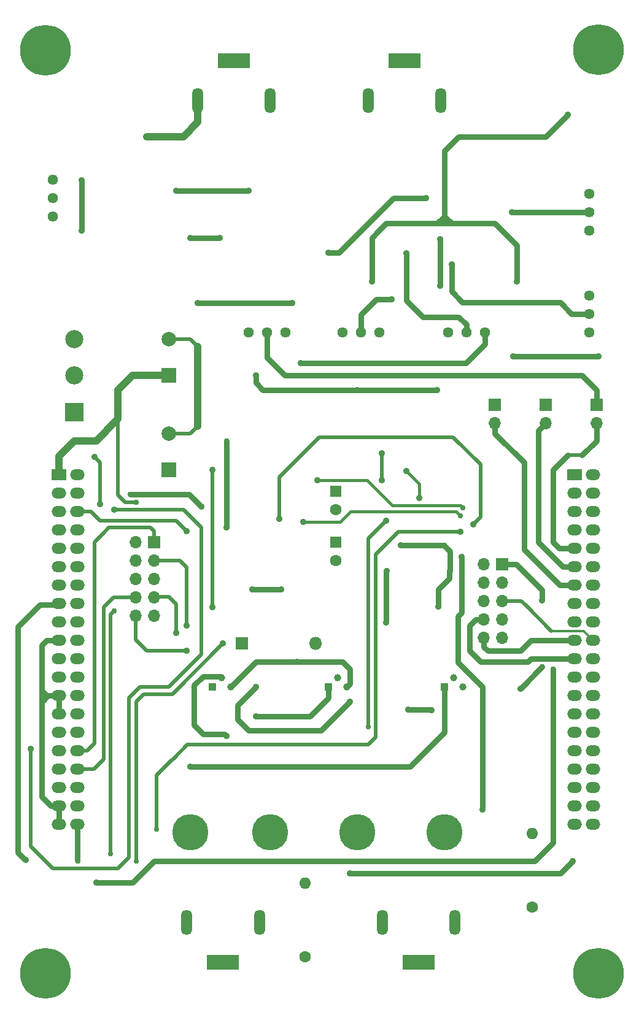
<source format=gbr>
G04 #@! TF.FileFunction,Copper,L2,Bot,Signal*
%FSLAX46Y46*%
G04 Gerber Fmt 4.6, Leading zero omitted, Abs format (unit mm)*
G04 Created by KiCad (PCBNEW 4.0.7-e2-6376~58~ubuntu16.04.1) date Tue Nov 13 23:08:23 2018*
%MOMM*%
%LPD*%
G01*
G04 APERTURE LIST*
%ADD10C,0.100000*%
%ADD11R,2.000000X1.524000*%
%ADD12O,2.000000X1.524000*%
%ADD13C,7.000000*%
%ADD14O,1.500000X3.500000*%
%ADD15R,4.500000X2.000000*%
%ADD16R,2.000000X2.000000*%
%ADD17C,2.000000*%
%ADD18R,1.600000X1.600000*%
%ADD19C,1.600000*%
%ADD20R,1.700000X1.700000*%
%ADD21O,1.700000X1.700000*%
%ADD22C,1.000000*%
%ADD23R,1.000000X1.000000*%
%ADD24C,1.440000*%
%ADD25C,2.500000*%
%ADD26R,2.500000X2.500000*%
%ADD27C,5.000000*%
%ADD28R,1.800000X1.800000*%
%ADD29O,1.800000X1.800000*%
%ADD30O,1.600000X1.600000*%
%ADD31C,0.900000*%
%ADD32C,0.750000*%
%ADD33C,0.750000*%
%ADD34C,0.500000*%
%ADD35C,0.250000*%
%ADD36C,0.300000*%
%ADD37C,1.000000*%
%ADD38C,0.400000*%
G04 APERTURE END LIST*
D10*
D11*
X143001761Y-93671721D03*
D12*
X145541761Y-93671721D03*
X143001761Y-106371721D03*
X145541761Y-96211721D03*
X143001761Y-108911721D03*
X145541761Y-98751721D03*
X143001761Y-111451721D03*
X145541761Y-101291721D03*
X143001761Y-113991721D03*
X145541761Y-103831721D03*
X143001761Y-116531721D03*
X145541761Y-106371721D03*
X143001761Y-119071721D03*
X145541761Y-108911721D03*
X143001761Y-121611721D03*
X145541761Y-111451721D03*
X143001761Y-124151721D03*
X145541761Y-113991721D03*
X143001761Y-126691721D03*
X145541761Y-116531721D03*
X143001761Y-129231721D03*
X145541761Y-119071721D03*
X143001761Y-131771721D03*
X145541761Y-121611721D03*
X145541761Y-124151721D03*
X143001761Y-134311721D03*
X145541761Y-126691721D03*
X145541761Y-131771721D03*
X145541761Y-134311721D03*
X145541761Y-136851721D03*
X145541761Y-139391721D03*
X143001761Y-136851721D03*
X143001761Y-139391721D03*
X143001761Y-96211721D03*
X143001761Y-98751721D03*
X143001761Y-101291721D03*
X143001761Y-103831721D03*
X143001761Y-141931721D03*
X145541761Y-141931721D03*
X145541761Y-129231721D03*
D11*
X71881761Y-93671721D03*
D12*
X74421761Y-93671721D03*
X71881761Y-96211721D03*
X74421761Y-96211721D03*
X71881761Y-98751721D03*
X74421761Y-98751721D03*
X71881761Y-101291721D03*
X74421761Y-101291721D03*
X71881761Y-103831721D03*
X74421761Y-103831721D03*
X71881761Y-106371721D03*
X74421761Y-106371721D03*
X71881761Y-108911721D03*
X74421761Y-108911721D03*
X71881761Y-111451721D03*
X74421761Y-111451721D03*
X71881761Y-113991721D03*
X74421761Y-113991721D03*
X71881761Y-116531721D03*
X74421761Y-116531721D03*
X71881761Y-119071721D03*
X74421761Y-119071721D03*
X71881761Y-121611721D03*
X74421761Y-121611721D03*
X71881761Y-124151721D03*
X74421761Y-124151721D03*
X71881761Y-126691721D03*
X74421761Y-126691721D03*
X71881761Y-129231721D03*
X74421761Y-129231721D03*
X71881761Y-131771721D03*
X74421761Y-131771721D03*
X71881761Y-134311721D03*
X74421761Y-134311721D03*
X71881761Y-136851721D03*
X74421761Y-136851721D03*
X71881761Y-139391721D03*
X74421761Y-139391721D03*
X71881761Y-141931721D03*
X74421761Y-141931721D03*
D13*
X69976761Y-162505721D03*
X146303761Y-162505721D03*
X69976761Y-35124721D03*
X146303761Y-34997721D03*
D14*
X114500000Y-42000000D03*
X124500000Y-42000000D03*
D15*
X119500000Y-36500000D03*
D16*
X87000000Y-93000000D03*
D17*
X87000000Y-88000000D03*
D16*
X87000000Y-80000000D03*
D17*
X87000000Y-75000000D03*
D18*
X110000000Y-103000000D03*
D19*
X110000000Y-105500000D03*
D18*
X110000000Y-96000000D03*
D19*
X110000000Y-98500000D03*
D20*
X132000000Y-84000000D03*
D21*
X132000000Y-86540000D03*
D20*
X139000000Y-84000000D03*
D21*
X139000000Y-86540000D03*
D20*
X85000000Y-103000000D03*
D21*
X82460000Y-103000000D03*
X85000000Y-105540000D03*
X82460000Y-105540000D03*
X85000000Y-108080000D03*
X82460000Y-108080000D03*
X85000000Y-110620000D03*
X82460000Y-110620000D03*
X85000000Y-113160000D03*
X82460000Y-113160000D03*
D20*
X133000000Y-106000000D03*
D21*
X130460000Y-106000000D03*
X133000000Y-108540000D03*
X130460000Y-108540000D03*
X133000000Y-111080000D03*
X130460000Y-111080000D03*
X133000000Y-113620000D03*
X130460000Y-113620000D03*
X133000000Y-116160000D03*
X130460000Y-116160000D03*
D20*
X146000000Y-84000000D03*
D21*
X146000000Y-86540000D03*
D22*
X110270000Y-121730000D03*
X111540000Y-123000000D03*
D23*
X109000000Y-123000000D03*
D22*
X94270000Y-121730000D03*
X95540000Y-123000000D03*
D23*
X93000000Y-123000000D03*
D22*
X126270000Y-121730000D03*
X127540000Y-123000000D03*
D23*
X125000000Y-123000000D03*
D24*
X125500000Y-74000000D03*
X128040000Y-74000000D03*
X130580000Y-74000000D03*
X145000000Y-74000000D03*
X145000000Y-71460000D03*
X145000000Y-68920000D03*
X98000000Y-74000000D03*
X100540000Y-74000000D03*
X103080000Y-74000000D03*
X111000000Y-74000000D03*
X113540000Y-74000000D03*
X116080000Y-74000000D03*
X145000000Y-60000000D03*
X145000000Y-57460000D03*
X145000000Y-54920000D03*
X71000000Y-58000000D03*
X71000000Y-55460000D03*
X71000000Y-52920000D03*
D25*
X74000000Y-75000000D03*
D26*
X74000000Y-85000000D03*
D25*
X74000000Y-80000000D03*
D27*
X90000000Y-143000000D03*
X101000000Y-143000000D03*
X113000000Y-143000000D03*
X125000000Y-143000000D03*
D28*
X97100000Y-117000000D03*
D29*
X107260000Y-117000000D03*
D19*
X105800000Y-160200000D03*
D30*
X105800000Y-150040000D03*
D19*
X137100000Y-153400000D03*
D30*
X137100000Y-143240000D03*
D14*
X126500000Y-155500000D03*
X116500000Y-155500000D03*
D15*
X121500000Y-161000000D03*
D14*
X99500000Y-155500000D03*
X89500000Y-155500000D03*
D15*
X94500000Y-161000000D03*
D14*
X91000000Y-42000000D03*
X101000000Y-42000000D03*
D15*
X96000000Y-36500000D03*
D31*
X135500000Y-123200000D03*
D32*
X138500000Y-120200000D03*
D31*
X138500000Y-111000000D03*
X99000000Y-123000000D03*
X112000000Y-125000000D03*
X123250000Y-126150000D03*
X120000000Y-126100000D03*
X93000000Y-93000000D03*
X93000000Y-112000000D03*
X117700000Y-69500000D03*
X134300000Y-57460000D03*
X124400000Y-61200000D03*
X124400000Y-67600000D03*
X104700000Y-119500000D03*
X124200000Y-111900000D03*
X119000000Y-103400000D03*
X125000000Y-103500000D03*
X125800000Y-107000000D03*
X142750000Y-147000000D03*
X112000000Y-148750000D03*
X95000000Y-101000000D03*
D32*
X95000000Y-89000000D03*
D31*
X102500000Y-109500000D03*
X98500000Y-109500000D03*
X89500000Y-118000000D03*
D32*
X82500000Y-97500000D03*
D31*
X109000000Y-63000000D03*
X122500000Y-55500000D03*
X99000000Y-80000000D03*
X117020000Y-114060000D03*
X117040000Y-107010000D03*
X116350000Y-94400000D03*
X116350000Y-90750000D03*
X124000000Y-82000000D03*
X113000000Y-82000000D03*
X104000000Y-70000000D03*
X91000000Y-70000000D03*
X146300000Y-77300000D03*
X134500000Y-77300000D03*
X119760000Y-93170000D03*
X121560000Y-96920000D03*
X90000000Y-61000000D03*
X94000000Y-61000000D03*
X75000000Y-60000000D03*
X75000000Y-53000000D03*
X142000000Y-44000000D03*
X135000000Y-67000000D03*
X115000000Y-67000000D03*
X88000000Y-54500000D03*
X98000000Y-54500000D03*
D32*
X127580000Y-98240000D03*
D31*
X107530000Y-94410000D03*
D32*
X140000000Y-120500000D03*
D31*
X77000000Y-150000000D03*
X95000000Y-129750000D03*
D32*
X74500000Y-147000000D03*
X82500000Y-147000000D03*
D31*
X94500000Y-117000000D03*
X84000000Y-47000000D03*
X119800000Y-63100000D03*
X126000000Y-64600000D03*
X89500000Y-114500000D03*
X79500000Y-98500000D03*
X68000000Y-131500000D03*
X77500000Y-97750000D03*
X76750000Y-91250000D03*
D32*
X79500000Y-112500000D03*
X79000000Y-146000000D03*
D31*
X88000000Y-115500000D03*
X99000000Y-127000000D03*
X90000000Y-134000000D03*
X117000000Y-100000000D03*
D32*
X114500000Y-128500000D03*
D31*
X130300000Y-139900000D03*
X127400000Y-105000000D03*
X127250000Y-101550000D03*
D32*
X85350000Y-142650000D03*
D31*
X67275000Y-146875000D03*
X129000000Y-100500000D03*
X89500000Y-101500000D03*
X102250000Y-99750000D03*
D32*
X81700000Y-96350000D03*
D31*
X91500000Y-98050000D03*
X105550000Y-100200000D03*
D32*
X127250000Y-99350000D03*
D31*
X105250000Y-78250000D03*
D33*
X133000000Y-106000000D02*
X134900000Y-106000000D01*
X138500000Y-120200000D02*
X135500000Y-123200000D01*
X138500000Y-109600000D02*
X138500000Y-111000000D01*
X134900000Y-106000000D02*
X138500000Y-109600000D01*
X99000000Y-123000000D02*
X96500000Y-125500000D01*
X96500000Y-125500000D02*
X96500000Y-127500000D01*
X96500000Y-127500000D02*
X98000000Y-129000000D01*
X98000000Y-129000000D02*
X108000000Y-129000000D01*
X108000000Y-129000000D02*
X112000000Y-125000000D01*
D34*
X123200000Y-126100000D02*
X123250000Y-126150000D01*
D33*
X120000000Y-126100000D02*
X123200000Y-126100000D01*
D34*
X93000000Y-112000000D02*
X93000000Y-93000000D01*
D33*
X113540000Y-71560000D02*
X113540000Y-74000000D01*
X115600000Y-69500000D02*
X113540000Y-71560000D01*
X116000000Y-69500000D02*
X115600000Y-69500000D01*
X117100000Y-69500000D02*
X116000000Y-69500000D01*
X117700000Y-69500000D02*
X117100000Y-69500000D01*
X145000000Y-57460000D02*
X134300000Y-57460000D01*
D34*
X134300000Y-57460000D02*
X134240000Y-57460000D01*
X134240000Y-57460000D02*
X134200000Y-57500000D01*
D33*
X124400000Y-67600000D02*
X124400000Y-64900000D01*
X124400000Y-64900000D02*
X124400000Y-62200000D01*
X124400000Y-62200000D02*
X124400000Y-61200000D01*
X69500000Y-124800000D02*
X69700000Y-124800000D01*
X70151721Y-124348279D02*
X70151721Y-124151721D01*
X69700000Y-124800000D02*
X70151721Y-124348279D01*
X71881761Y-139391721D02*
X71881761Y-141931721D01*
X69500000Y-123500000D02*
X69500000Y-124800000D01*
X69500000Y-124800000D02*
X69500000Y-138100000D01*
X70791721Y-139391721D02*
X71881761Y-139391721D01*
X69500000Y-138100000D02*
X70791721Y-139391721D01*
X71881761Y-124151721D02*
X71881761Y-126691721D01*
X71881761Y-116531721D02*
X70168279Y-116531721D01*
X70151721Y-124151721D02*
X71881761Y-124151721D01*
X69500000Y-123500000D02*
X70151721Y-124151721D01*
X69500000Y-117200000D02*
X69500000Y-123500000D01*
X70168279Y-116531721D02*
X69500000Y-117200000D01*
D35*
X71881761Y-139391721D02*
X71490040Y-139000000D01*
X71881761Y-113991721D02*
X71873482Y-114000000D01*
X71730040Y-124000000D02*
X71881761Y-124151721D01*
D34*
X136260000Y-111750000D02*
X135590000Y-111080000D01*
X135590000Y-111080000D02*
X133000000Y-111080000D01*
D36*
X145541761Y-116531721D02*
X144270040Y-115260000D01*
D34*
X139750000Y-115240000D02*
X136260000Y-111750000D01*
D36*
X136260000Y-111750000D02*
X136250000Y-111740000D01*
X139750000Y-115260000D02*
X139750000Y-115240000D01*
X139800000Y-115260000D02*
X139750000Y-115260000D01*
X144270040Y-115260000D02*
X139800000Y-115260000D01*
D35*
X125700000Y-107100000D02*
X125800000Y-107000000D01*
D33*
X125700000Y-108000000D02*
X125700000Y-107100000D01*
X125300000Y-108400000D02*
X125700000Y-108000000D01*
X124200000Y-109500000D02*
X125300000Y-108400000D01*
D35*
X124200000Y-109600000D02*
X124200000Y-109500000D01*
D33*
X124200000Y-111900000D02*
X124200000Y-109600000D01*
X119000000Y-103400000D02*
X124900000Y-103400000D01*
D35*
X124900000Y-103400000D02*
X125000000Y-103500000D01*
D33*
X125800000Y-107000000D02*
X125800000Y-104300000D01*
X125800000Y-104300000D02*
X125000000Y-103500000D01*
X141000000Y-148750000D02*
X142750000Y-147000000D01*
X112000000Y-148750000D02*
X141000000Y-148750000D01*
X95000000Y-89000000D02*
X95000000Y-101000000D01*
D34*
X95540000Y-123000000D02*
X95540000Y-122960000D01*
D33*
X95540000Y-122960000D02*
X99000000Y-119500000D01*
X99000000Y-119500000D02*
X104700000Y-119500000D01*
X112000000Y-122540000D02*
X111540000Y-123000000D01*
X104700000Y-119500000D02*
X111000000Y-119500000D01*
X111000000Y-119500000D02*
X112000000Y-120500000D01*
X112000000Y-120500000D02*
X112000000Y-122540000D01*
X98500000Y-109500000D02*
X102500000Y-109500000D01*
D34*
X82460000Y-113160000D02*
X82460000Y-116460000D01*
X84000000Y-118000000D02*
X89500000Y-118000000D01*
X82460000Y-116460000D02*
X84000000Y-118000000D01*
X87000000Y-75000000D02*
X90000000Y-75000000D01*
X90000000Y-88000000D02*
X87000000Y-88000000D01*
X91000000Y-87000000D02*
X90000000Y-88000000D01*
D37*
X91000000Y-76000000D02*
X91000000Y-87000000D01*
D34*
X90000000Y-75000000D02*
X91000000Y-76000000D01*
X80000000Y-96500000D02*
X80000000Y-86000000D01*
X81000000Y-97500000D02*
X80000000Y-96500000D01*
X81250000Y-97500000D02*
X81000000Y-97500000D01*
X82500000Y-97500000D02*
X81250000Y-97500000D01*
D36*
X80000000Y-86000000D02*
X79750000Y-85750000D01*
X79750000Y-85750000D02*
X79750000Y-86250000D01*
D33*
X110500000Y-63000000D02*
X109000000Y-63000000D01*
X118000000Y-55500000D02*
X110500000Y-63000000D01*
X119000000Y-55500000D02*
X118000000Y-55500000D01*
X122500000Y-55500000D02*
X119000000Y-55500000D01*
X100000000Y-82000000D02*
X113000000Y-82000000D01*
X99000000Y-81000000D02*
X100000000Y-82000000D01*
X99000000Y-80000000D02*
X99000000Y-81000000D01*
X117020000Y-114060000D02*
X117020000Y-107030000D01*
D34*
X117020000Y-107030000D02*
X117040000Y-107010000D01*
X116350000Y-94400000D02*
X116350000Y-90750000D01*
D33*
X113000000Y-82000000D02*
X124000000Y-82000000D01*
X91000000Y-70000000D02*
X96000000Y-70000000D01*
X96000000Y-70000000D02*
X102000000Y-70000000D01*
X104000000Y-70000000D02*
X102000000Y-70000000D01*
D37*
X87000000Y-80000000D02*
X82000000Y-80000000D01*
X71881761Y-91118239D02*
X71881761Y-93671721D01*
X74000000Y-89000000D02*
X71881761Y-91118239D01*
X77000000Y-89000000D02*
X74000000Y-89000000D01*
X80000000Y-86000000D02*
X79750000Y-86250000D01*
X79750000Y-86250000D02*
X77000000Y-89000000D01*
X80000000Y-82000000D02*
X80000000Y-86000000D01*
X82000000Y-80000000D02*
X80000000Y-82000000D01*
D33*
X144300000Y-77300000D02*
X146300000Y-77300000D01*
X142300000Y-77300000D02*
X144300000Y-77300000D01*
X134500000Y-77300000D02*
X142300000Y-77300000D01*
D38*
X121560000Y-94970000D02*
X119760000Y-93170000D01*
X121560000Y-96920000D02*
X121560000Y-94970000D01*
D33*
X90000000Y-61000000D02*
X94000000Y-61000000D01*
X75000000Y-53000000D02*
X75000000Y-60000000D01*
X124000000Y-59000000D02*
X125000000Y-58000000D01*
X126000000Y-59000000D02*
X125000000Y-58000000D01*
X125000000Y-49000000D02*
X127000000Y-47000000D01*
X127000000Y-47000000D02*
X139000000Y-47000000D01*
X139000000Y-47000000D02*
X142000000Y-44000000D01*
X125000000Y-58000000D02*
X125000000Y-49000000D01*
X125000000Y-59000000D02*
X125000000Y-58000000D01*
X135000000Y-62000000D02*
X135000000Y-67000000D01*
X132000000Y-59000000D02*
X135000000Y-62000000D01*
X117000000Y-59000000D02*
X124000000Y-59000000D01*
X124000000Y-59000000D02*
X125000000Y-59000000D01*
X125000000Y-59000000D02*
X126000000Y-59000000D01*
X126000000Y-59000000D02*
X132000000Y-59000000D01*
X116000000Y-60000000D02*
X117000000Y-59000000D01*
X115000000Y-61000000D02*
X116000000Y-60000000D01*
X115000000Y-67000000D02*
X115000000Y-61000000D01*
X88000000Y-54500000D02*
X98000000Y-54500000D01*
D38*
X107530000Y-94410000D02*
X114320000Y-94410000D01*
X114320000Y-94410000D02*
X117790000Y-97880000D01*
X117790000Y-97880000D02*
X127220000Y-97880000D01*
X127220000Y-97880000D02*
X127580000Y-98240000D01*
D33*
X89000000Y-147000000D02*
X85000000Y-147000000D01*
X140000000Y-120500000D02*
X140000000Y-135500000D01*
X140000000Y-135500000D02*
X140000000Y-144500000D01*
X140000000Y-144500000D02*
X137500000Y-147000000D01*
X137500000Y-147000000D02*
X89000000Y-147000000D01*
X82000000Y-150000000D02*
X77000000Y-150000000D01*
X85000000Y-147000000D02*
X82000000Y-150000000D01*
D34*
X94270000Y-121730000D02*
X94040000Y-121500000D01*
D33*
X94040000Y-121500000D02*
X91750000Y-121500000D01*
X91750000Y-121500000D02*
X90500000Y-122750000D01*
X90500000Y-122750000D02*
X90500000Y-126250000D01*
X90500000Y-126250000D02*
X90500000Y-128250000D01*
X90500000Y-128250000D02*
X91750000Y-129500000D01*
X91750000Y-129500000D02*
X94750000Y-129500000D01*
D34*
X94750000Y-129500000D02*
X95000000Y-129750000D01*
D33*
X74421761Y-141931721D02*
X74421761Y-146921761D01*
D34*
X74421761Y-146921761D02*
X74500000Y-147000000D01*
X82500000Y-147000000D02*
X82500000Y-125500000D01*
X82500000Y-125500000D02*
X82500000Y-125000000D01*
X82500000Y-125000000D02*
X83500000Y-124000000D01*
X83500000Y-124000000D02*
X87500000Y-124000000D01*
X87500000Y-124000000D02*
X94500000Y-117000000D01*
D37*
X91000000Y-42000000D02*
X91000000Y-45000000D01*
X89000000Y-47000000D02*
X84000000Y-47000000D01*
X91000000Y-45000000D02*
X89000000Y-47000000D01*
D33*
X128040000Y-74000000D02*
X128040000Y-72940000D01*
X119800000Y-69600000D02*
X119800000Y-63100000D01*
X122100000Y-71900000D02*
X119800000Y-69600000D01*
X127000000Y-71900000D02*
X122100000Y-71900000D01*
X128040000Y-72940000D02*
X127000000Y-71900000D01*
X132000000Y-86540000D02*
X132000000Y-88000000D01*
X140911721Y-108911721D02*
X143001761Y-108911721D01*
X136000000Y-104000000D02*
X140911721Y-108911721D01*
X136000000Y-92000000D02*
X136000000Y-104000000D01*
X132000000Y-88000000D02*
X136000000Y-92000000D01*
X145000000Y-71460000D02*
X142560000Y-71460000D01*
X126000000Y-68400000D02*
X126000000Y-64600000D01*
X127500000Y-69900000D02*
X126000000Y-68400000D01*
X141000000Y-69900000D02*
X127500000Y-69900000D01*
X142560000Y-71460000D02*
X141000000Y-69900000D01*
X143001761Y-106371721D02*
X141371721Y-106371721D01*
X138000000Y-87540000D02*
X139000000Y-86540000D01*
X138000000Y-103000000D02*
X138000000Y-87540000D01*
X141371721Y-106371721D02*
X138000000Y-103000000D01*
D34*
X77750000Y-102000000D02*
X78000000Y-101750000D01*
X75728279Y-131771721D02*
X76750000Y-130750000D01*
X76750000Y-130750000D02*
X76750000Y-103000000D01*
X76750000Y-103000000D02*
X77750000Y-102000000D01*
X74421761Y-131771721D02*
X75728279Y-131771721D01*
X85000000Y-101500000D02*
X85000000Y-103000000D01*
X84500000Y-101000000D02*
X85000000Y-101500000D01*
X78750000Y-101000000D02*
X84500000Y-101000000D01*
X78000000Y-101750000D02*
X78750000Y-101000000D01*
X74421761Y-131771721D02*
X75228279Y-131771721D01*
X88500000Y-105500000D02*
X85040000Y-105500000D01*
X89500000Y-106500000D02*
X88500000Y-105500000D01*
X89500000Y-114500000D02*
X89500000Y-106500000D01*
X85040000Y-105500000D02*
X85000000Y-105540000D01*
X89000000Y-98500000D02*
X79500000Y-98500000D01*
X91500000Y-101000000D02*
X89000000Y-98500000D01*
X91500000Y-118500000D02*
X91500000Y-101000000D01*
X87000000Y-123000000D02*
X91500000Y-118500000D01*
X83000000Y-123000000D02*
X87000000Y-123000000D01*
X81500000Y-124500000D02*
X83000000Y-123000000D01*
X81500000Y-146500000D02*
X81500000Y-124500000D01*
X80000000Y-148000000D02*
X81500000Y-146500000D01*
X71000000Y-148000000D02*
X80000000Y-148000000D01*
X68000000Y-145000000D02*
X71000000Y-148000000D01*
X68000000Y-131500000D02*
X68000000Y-145000000D01*
X77500000Y-92000000D02*
X77500000Y-97750000D01*
X76750000Y-91250000D02*
X77500000Y-92000000D01*
X79000000Y-113000000D02*
X79500000Y-112500000D01*
X79000000Y-146000000D02*
X79000000Y-113000000D01*
X87000000Y-110500000D02*
X85120000Y-110500000D01*
X88000000Y-111500000D02*
X87000000Y-110500000D01*
X88000000Y-115500000D02*
X88000000Y-111500000D01*
X85120000Y-110500000D02*
X85000000Y-110620000D01*
X74421761Y-134311721D02*
X76688279Y-134311721D01*
X79380000Y-110620000D02*
X82460000Y-110620000D01*
X78000000Y-112000000D02*
X79380000Y-110620000D01*
X78000000Y-133000000D02*
X78000000Y-112000000D01*
X76688279Y-134311721D02*
X78000000Y-133000000D01*
D33*
X130460000Y-113620000D02*
X129380000Y-113620000D01*
X136928279Y-119071721D02*
X143001761Y-119071721D01*
X136500000Y-119500000D02*
X136928279Y-119071721D01*
X130000000Y-119500000D02*
X136500000Y-119500000D01*
X128500000Y-118000000D02*
X130000000Y-119500000D01*
X128500000Y-114500000D02*
X128500000Y-118000000D01*
X129380000Y-113620000D02*
X128500000Y-114500000D01*
X132000000Y-118000000D02*
X135500000Y-118000000D01*
X130460000Y-117460000D02*
X131000000Y-118000000D01*
X131000000Y-118000000D02*
X132000000Y-118000000D01*
X130460000Y-116160000D02*
X130460000Y-117460000D01*
X136968279Y-116531721D02*
X143001761Y-116531721D01*
X135500000Y-118000000D02*
X136968279Y-116531721D01*
X100540000Y-74000000D02*
X100540000Y-77540000D01*
X146000000Y-82000000D02*
X146000000Y-84000000D01*
X144000000Y-80000000D02*
X146000000Y-82000000D01*
X103000000Y-80000000D02*
X144000000Y-80000000D01*
X100540000Y-77540000D02*
X103000000Y-80000000D01*
X143001761Y-103831721D02*
X140831721Y-103831721D01*
X146000000Y-89000000D02*
X146000000Y-86540000D01*
X144000000Y-91000000D02*
X146000000Y-89000000D01*
D34*
X142000000Y-91000000D02*
X144000000Y-91000000D01*
D33*
X140000000Y-93000000D02*
X142000000Y-91000000D01*
X140000000Y-103000000D02*
X140000000Y-93000000D01*
X140831721Y-103831721D02*
X140000000Y-103000000D01*
X109000000Y-124500000D02*
X109000000Y-123000000D01*
X106500000Y-127000000D02*
X109000000Y-124500000D01*
X105500000Y-127000000D02*
X106500000Y-127000000D01*
X99000000Y-127000000D02*
X105500000Y-127000000D01*
X125000000Y-123000000D02*
X125000000Y-128250000D01*
X120250000Y-134000000D02*
X90000000Y-134000000D01*
X125000000Y-129250000D02*
X120250000Y-134000000D01*
X125000000Y-128250000D02*
X125000000Y-129250000D01*
D34*
X71733482Y-137000000D02*
X71881761Y-136851721D01*
X114500000Y-102500000D02*
X117000000Y-100000000D01*
X114500000Y-128500000D02*
X114500000Y-102500000D01*
D33*
X130300000Y-123000000D02*
X130300000Y-139900000D01*
X126900000Y-119600000D02*
X130300000Y-123000000D01*
X126900000Y-113200000D02*
X126900000Y-119600000D01*
X127400000Y-112700000D02*
X126900000Y-113200000D01*
X127400000Y-105000000D02*
X127400000Y-112700000D01*
D34*
X85350000Y-135150000D02*
X85350000Y-142650000D01*
X86450000Y-134050000D02*
X85350000Y-135150000D01*
X87350000Y-133150000D02*
X86450000Y-134050000D01*
X87650000Y-132850000D02*
X87350000Y-133150000D01*
X89550000Y-130950000D02*
X87650000Y-132850000D01*
D35*
X89600000Y-130950000D02*
X89550000Y-130950000D01*
D34*
X114500000Y-130950000D02*
X89600000Y-130950000D01*
X115550000Y-129900000D02*
X114500000Y-130950000D01*
X115550000Y-104650000D02*
X115550000Y-129900000D01*
X115700000Y-104500000D02*
X115550000Y-104650000D01*
X115950000Y-104250000D02*
X115700000Y-104500000D01*
X118650000Y-101550000D02*
X115950000Y-104250000D01*
X127250000Y-101550000D02*
X118650000Y-101550000D01*
D33*
X71683482Y-111650000D02*
X69250000Y-111650000D01*
X66200000Y-114700000D02*
X69250000Y-111650000D01*
D35*
X66200000Y-114750000D02*
X66200000Y-114700000D01*
D33*
X66200000Y-145800000D02*
X66200000Y-114750000D01*
X67225000Y-146825000D02*
X66200000Y-145800000D01*
D35*
X67275000Y-146825000D02*
X67225000Y-146825000D01*
X67275000Y-146825000D02*
X67275000Y-146875000D01*
X71683482Y-111650000D02*
X71881761Y-111451721D01*
D34*
X76251721Y-98751721D02*
X77500000Y-100000000D01*
X77500000Y-100000000D02*
X88000000Y-100000000D01*
X88000000Y-100000000D02*
X89500000Y-101500000D01*
X102250000Y-99750000D02*
X102250000Y-94000000D01*
X102250000Y-94000000D02*
X107750000Y-88500000D01*
X107750000Y-88500000D02*
X126250000Y-88500000D01*
X126250000Y-88500000D02*
X130000000Y-92250000D01*
X130000000Y-92250000D02*
X130000000Y-99500000D01*
X130000000Y-99500000D02*
X129000000Y-100500000D01*
X76251721Y-98751721D02*
X74421761Y-98751721D01*
D35*
X74421761Y-98751721D02*
X74423482Y-98750000D01*
D33*
X81700000Y-96350000D02*
X89800000Y-96350000D01*
X89800000Y-96350000D02*
X91500000Y-98050000D01*
D38*
X105550000Y-100200000D02*
X110600000Y-100200000D01*
X110600000Y-100200000D02*
X112050000Y-98750000D01*
X112050000Y-98750000D02*
X126650000Y-98750000D01*
X126650000Y-98750000D02*
X127250000Y-99350000D01*
D33*
X130580000Y-74000000D02*
X130580000Y-75670000D01*
X128000000Y-78250000D02*
X105250000Y-78250000D01*
X130580000Y-75670000D02*
X128000000Y-78250000D01*
M02*

</source>
